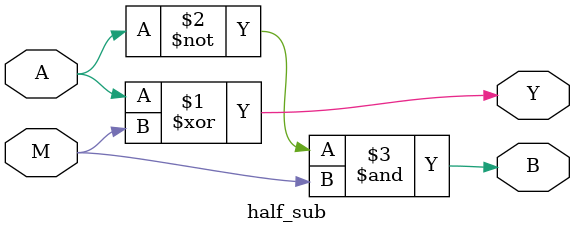
<source format=v>
module half_sub(
    input A,M,
    output Y,B
    );
    
    assign Y = A^M;
    assign B = ~A & M;
    
    
endmodule    
</source>
